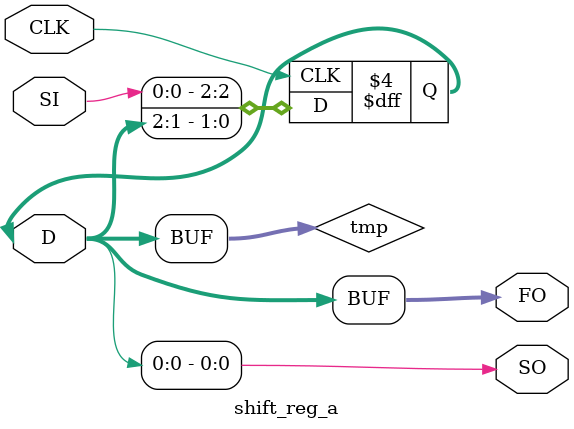
<source format=v>


module shift_reg_p (CLK, SI, D, SO, FO);
  parameter k = 3;
  input[k-1:0] D;
  input  CLK, SI;
  output SO;
  output [k-1:0] FO;
  reg[k-1:0] tmp = 0;
  always @ (negedge CLK)
    tmp = D;
  always @ ( posedge CLK )
    tmp = {SI, tmp[k-1:1]};

  assign SO = tmp[0];
  assign FO = tmp;
endmodule //a_register

module shift_reg_a (CLK, SI, D, SO, FO);
  parameter k = 3;
  input[k-1:0] D;
  input  CLK, SI;
  output SO;
  output [k-1:0] FO;
  reg[k-1:0] tmp = 0;
  always @ (D)
    tmp = D;
  always @ ( posedge CLK )
    tmp = {SI, tmp[k-1:1]};

  assign SO = tmp[0];
  assign FO = tmp;
endmodule //a_register

</source>
